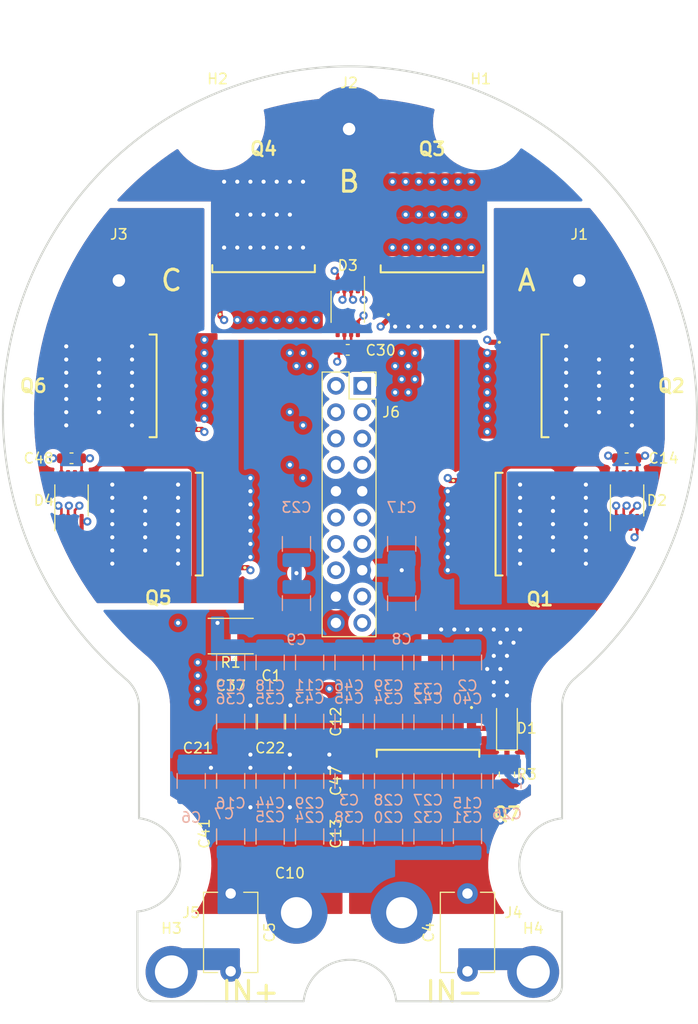
<source format=kicad_pcb>
(kicad_pcb (version 20221018) (generator pcbnew)
  (layers (0 "F.Cu" signal) (1 "In1.Cu" signal) (2 "In2.Cu" signal) (3 "In3.Cu" signal) (4 "In4.Cu" signal) (31 "B.Cu" signal) (34 "B.Paste" user) (35 "F.Paste" user) (36 "B.SilkS" user "B.Silkscreen") (37 "F.SilkS" user "F.Silkscreen") (38 "B.Mask" user) (39 "F.Mask" user) (44 "Edge.Cuts" user))
  (net 0 "")
  (net 1 "G1")
  (net 2 "A")
  (net 3 "G2")
  (net 4 "GND")
  (net 5 "G3")
  (net 6 "B")
  (net 7 "G4")
  (net 8 "G5")
  (net 9 "C")
  (net 10 "G6")
  (net 11 "Shunt_1")
  (net 12 "Shunt_2")
  (net 13 "+3.3V")
  (net 14 "SDA")
  (net 15 "SCL")
  (net 16 "Net-(D1-K)")
  (net 17 "Earth_Protective")
  (net 18 "Net-(J4-Pin_1)")
  (net 19 "~{OS}")
  (footprint "Capacitor_SMD:C_1210_3225Metric_Pad1.33x2.70mm_HandSolder" (layer "F.Cu") (at 79.375 125.73 90)
    (fp_text reference "C12")
    (fp_text value "10u")
  )
  (footprint "Connector_My:Power_Wire" (layer "F.Cu") (at 60.96 70.993)
    (fp_text reference "J3")
    (fp_text value "C")
  )
  (footprint "Connector_My:Power_Wire" (layer "F.Cu") (at 105.41 70.993)
    (fp_text reference "J1")
    (fp_text value "A")
  )
  (footprint "Capacitor_SMD:C_1210_3225Metric_Pad1.33x2.70mm_HandSolder" (layer "F.Cu") (at 79.375 136.8175 90)
    (fp_text reference "C13")
    (fp_text value "10u")
  )
  (footprint "MOSFET_My:IPTG007N06NM5ATMA1" (layer "F.Cu") (at 60.325 93.345 90)
    (fp_text reference "Q6")
    (fp_text value "2N7002" hide)
  )
  (footprint "Capacitor_SMD:C_0603_1608Metric_Pad1.08x0.95mm_HandSolder" (layer "F.Cu") (at 83.058 89.8695)
    (fp_text reference "C30")
    (fp_text value "0.1u")
  )
  (footprint "Capacitor_SMD:C_1210_3225Metric_Pad1.33x2.70mm_HandSolder" (layer "F.Cu") (at 75.565 136.8175 90)
    (fp_text reference "C10")
    (fp_text value "10u")
  )
  (footprint "Connector_My:Power_Wire" (layer "F.Cu") (at 73.66 144.145)
    (fp_text reference "J5")
    (fp_text value "IN+")
  )
  (footprint "MOSFET_My:IPTG007N06NM5ATMA1" (layer "F.Cu") (at 90.805 132.715 180)
    (fp_text reference "Q7")
    (fp_text value "BSS214NW" hide)
  )
  (footprint "Package_SO:MSOP-8_3x3mm_P0.65mm" (layer "F.Cu") (at 110.023 104.394 90)
    (fp_text reference "D2")
    (fp_text value "STLM75DS2F")
  )
  (footprint "Capacitor_SMD:C_1210_3225Metric_Pad1.33x2.70mm_HandSolder" (layer "F.Cu") (at 71.755 125.73 90)
    (fp_text reference "C37")
    (fp_text value "10u")
  )
  (footprint "Connector_PinSocket_2.54mm:PinSocket_2x10_P2.54mm_Vertical" (layer "F.Cu") (at 84.455 93.345)
    (fp_text reference "J6")
    (fp_text value "Conn_02x10_Odd_Even")
  )
  (footprint "Connector_My:Power_Wire" (layer "F.Cu") (at 83.185 56.388)
    (fp_text reference "J2")
    (fp_text value "B")
  )
  (footprint "MOSFET_My:IPTG007N06NM5ATMA1" (layer "F.Cu") (at 64.77 106.68 90)
    (fp_text reference "Q5")
    (fp_text value "2N7002" hide)
  )
  (footprint "Capacitor_THT:C_Disc_D7.5mm_W5.0mm_P7.50mm" (layer "F.Cu") (at 94.615 149.8 90)
    (fp_text reference "C4")
    (fp_text value "1500p")
  )
  (footprint "Package_SO:MSOP-8_3x3mm_P0.65mm" (layer "F.Cu") (at 83.058 85.725 -90)
    (fp_text reference "D3")
    (fp_text value "STLM75DS2F")
  )
  (footprint "Capacitor_SMD:C_1210_3225Metric_Pad1.33x2.70mm_HandSolder" (layer "F.Cu") (at 75.565 131.445 -90)
    (fp_text reference "C22")
    (fp_text value "10u")
  )
  (footprint "Capacitor_SMD:C_0603_1608Metric_Pad1.08x0.95mm_HandSolder" (layer "F.Cu") (at 56.388 100.33)
    (fp_text reference "C48")
    (fp_text value "0.1u")
  )
  (footprint "Connector_My:Power_Wire" (layer "F.Cu") (at 93.345 144.145)
    (fp_text reference "J4")
    (fp_text value "IN-")
  )
  (footprint "Capacitor_SMD:C_1210_3225Metric_Pad1.33x2.70mm_HandSolder" (layer "F.Cu") (at 71.755 136.8175 90)
    (fp_text reference "C41")
    (fp_text value "10u")
  )
  (footprint "Resistor_SMD:R_2512_6332Metric_Pad1.40x3.35mm_HandSolder" (layer "F.Cu") (at 71.755 117.475)
    (fp_text reference "R1")
    (fp_text value "PU2512FKGP60U5L")
  )
  (footprint "MountingHole:MountingHole_3.2mm_M3" (layer "F.Cu") (at 95.885 67.945)
    (fp_text reference "H1")
    (fp_text value "MountingHole")
  )
  (footprint "MOSFET_My:IPTG007N06NM5ATMA1" (layer "F.Cu") (at 74.93 78.105)
    (fp_text reference "Q4")
    (fp_text value "2N7002" hide)
  )
  (footprint "MountingHole:MountingHole_3.2mm_M3" (layer "F.Cu") (at 66.04 149.86)
    (fp_text reference "H3")
    (fp_text value "MountingHole")
  )
  (footprint "MOSFET_My:IPTG007N06NM5ATMA1" (layer "F.Cu") (at 106.04 93.345 -90)
    (fp_text reference "Q2")
    (fp_text value "2N7002" hide)
  )
  (footprint "Diode_SMD:D_SOD-123" (layer "F.Cu") (at 98.425 126.11 90)
    (fp_text reference "D1")
    (fp_text value "BZT52C10")
  )
  (footprint "Capacitor_SMD:C_1210_3225Metric_Pad1.33x2.70mm_HandSolder" (layer "F.Cu") (at 79.375 131.445 -90)
    (fp_text reference "C47")
    (fp_text value "10u")
  )
  (footprint "Capacitor_THT:C_Disc_D7.5mm_W5.0mm_P7.50mm" (layer "F.Cu") (at 71.755 142.3 -90)
    (fp_text reference "C5")
    (fp_text value "1500p")
  )
  (footprint "Capacitor_SMD:C_1210_3225Metric_Pad1.33x2.70mm_HandSolder" (layer "F.Cu") (at 71.755 131.445 -90)
    (fp_text reference "C21")
    (fp_text value "10u")
  )
  (footprint "Capacitor_SMD:C_0603_1608Metric_Pad1.08x0.95mm_HandSolder" (layer "F.Cu") (at 109.982 100.33)
    (fp_text reference "C14")
    (fp_text value "0.1u")
  )
  (footprint "Resistor_SMD:R_0805_2012Metric_Pad1.20x1.40mm_HandSolder" (layer "F.Cu") (at 98.425 130.81 -90)
    (fp_text reference "R3")
    (fp_text value "100k")
  )
  (footprint "MOSFET_My:IPTG007N06NM5ATMA1" (layer "F.Cu") (at 91.186 78.124)
    (fp_text reference "Q3")
    (fp_text value "2N7002" hide)
  )
  (footprint "MountingHole:MountingHole_3.2mm_M3" (layer "F.Cu") (at 70.485 67.945)
    (fp_text reference "H2")
    (fp_text value "MountingHole")
  )
  (footprint "MOSFET_My:IPTG007N06NM5ATMA1" (layer "F.Cu") (at 101.6 106.68 -90)
    (fp_text reference "Q1")
    (fp_text value "2N7002" hide)
  )
  (footprint "MountingHole:MountingHole_3.2mm_M3" (layer "F.Cu") (at 100.965 149.86)
    (fp_text reference "H4")
    (fp_text value "MountingHole")
  )
  (footprint "Capacitor_SMD:C_1210_3225Metric_Pad1.33x2.70mm_HandSolder" (layer "F.Cu") (at 75.692 125.73 90)
    (fp_text reference "C1")
    (fp_text value "10u")
  )
  (footprint "Package_SO:MSOP-8_3x3mm_P0.65mm" (layer "F.Cu") (at 56.388 104.394 90)
    (fp_text reference "D4")
    (fp_text value "STLM75DS2F")
  )
  (footprint "Capacitor_SMD:C_1210_3225Metric_Pad1.33x2.70mm_HandSolder" (layer "B.Cu") (at 79.375 120.015 -90)
    (fp_text reference "C43")
    (fp_text value "10u")
  )
  (footprint "Capacitor_SMD:C_1210_3225Metric_Pad1.33x2.70mm_HandSolder" (layer "B.Cu") (at 86.995 125.73 90)
    (fp_text reference "C39")
    (fp_text value "10u")
  )
  (footprint "Capacitor_SMD:C_1210_3225Metric_Pad1.33x2.70mm_HandSolder" (layer "B.Cu") (at 98.425 131.445 -90)
    (fp_text reference "C26")
    (fp_text value "10u")
  )
  (footprint "Capacitor_SMD:C_1210_3225Metric_Pad1.33x2.70mm_HandSolder" (layer "B.Cu") (at 83.185 125.73 90)
    (fp_text reference "C46")
    (fp_text value "10u")
  )
  (footprint "Capacitor_SMD:C_1210_3225Metric_Pad1.33x2.70mm_HandSolder" (layer "B.Cu") (at 86.995 120.015 -90)
    (fp_text reference "C34")
    (fp_text value "10u")
  )
  (footprint "Capacitor_SMD:C_1210_3225Metric_Pad1.33x2.70mm_HandSolder" (layer "B.Cu") (at 71.755 125.73 90)
    (fp_text reference "C19")
    (fp_text value "10u")
  )
  (footprint "Capacitor_SMD:C_1210_3225Metric_Pad1.33x2.70mm_HandSolder" (layer "B.Cu") (at 71.755 131.445 -90)
    (fp_text reference "C7")
    (fp_text value "10u")
  )
  (footprint "Capacitor_SMD:C_1210_3225Metric_Pad1.33x2.70mm_HandSolder" (layer "B.Cu") (at 90.805 136.8175 90)
    (fp_text reference "C27")
    (fp_text value "10u")
  )
  (footprint "Capacitor_SMD:C_1210_3225Metric_Pad1.33x2.70mm_HandSolder" (layer "B.Cu") (at 67.945 131.445 -90)
    (fp_text reference "C6")
    (fp_text value "10u")
  )
  (footprint "Capacitor_SMD:C_1210_3225Metric_Pad1.33x2.70mm_HandSolder" (layer "B.Cu") (at 71.755 136.7675 90)
    (fp_text reference "C16")
    (fp_text value "10u")
  )
  (footprint "Capacitor_SMD:C_1210_3225Metric_Pad1.33x2.70mm_HandSolder" (layer "B.Cu") (at 90.805 120.015 -90)
    (fp_text reference "C42")
    (fp_text value "10u")
  )
  (footprint "Capacitor_SMD:C_1210_3225Metric_Pad1.33x2.70mm_HandSolder" (layer "B.Cu") (at 94.615 131.445 -90)
    (fp_text reference "C31")
    (fp_text value "10u")
  )
  (footprint "Capacitor_SMD:C_1210_3225Metric_Pad1.33x2.70mm_HandSolder" (layer "B.Cu") (at 90.805 131.445 -90)
    (fp_text reference "C32")
    (fp_text value "10u")
  )
  (footprint "Capacitor_SMD:C_1210_3225Metric_Pad1.33x2.70mm_HandSolder" (layer "B.Cu") (at 88.265 114.3 -90)
    (fp_text reference "C8")
    (fp_text value "10u")
  )
  (footprint "Capacitor_SMD:C_1210_3225Metric_Pad1.33x2.70mm_HandSolder" (layer "B.Cu") (at 94.615 136.7675 90)
    (fp_text reference "C15")
    (fp_text value "10u")
  )
  (footprint "Capacitor_SMD:C_1210_3225Metric_Pad1.33x2.70mm_HandSolder" (layer "B.Cu") (at 94.615 125.73 90)
    (fp_text reference "C2")
    (fp_text value "10u")
  )
  (footprint "Capacitor_SMD:C_1210_3225Metric_Pad1.33x2.70mm_HandSolder" (layer "B.Cu") (at 78.105 114.3 -90)
    (fp_text reference "C9")
    (fp_text value "10u")
  )
  (footprint "Capacitor_SMD:C_1210_3225Metric_Pad1.33x2.70mm_HandSolder" (layer "B.Cu") (at 79.375 136.7675 90)
    (fp_text reference "C29")
    (fp_text value "10u")
  )
  (footprint "Capacitor_SMD:C_1210_3225Metric_Pad1.33x2.70mm_HandSolder" (layer "B.Cu") (at 83.185 136.8175 90)
    (fp_text reference "C3")
    (fp_text value "10u")
  )
  (footprint "Capacitor_SMD:C_1210_3225Metric_Pad1.33x2.70mm_HandSolder" (layer "B.Cu") (at 79.375 131.445 -90)
    (fp_text reference "C24")
    (fp_text value "10u")
  )
  (footprint "Capacitor_SMD:C_1210_3225Metric_Pad1.33x2.70mm_HandSolder" (layer "B.Cu") (at 78.105 108.585 90)
    (fp_text reference "C23")
    (fp_text value "10u")
  )
  (footprint "Capacitor_SMD:C_1210_3225Metric_Pad1.33x2.70mm_HandSolder" (layer "B.Cu") (at 83.185 120.015 -90)
    (fp_text reference "C45")
    (fp_text value "10u")
  )
  (footprint "Capacitor_SMD:C_1210_3225Metric_Pad1.33x2.70mm_HandSolder" (layer "B.Cu") (at 75.565 125.73 90)
    (fp_text reference "C18")
    (fp_text value "10u")
  )
  (footprint "Capacitor_SMD:C_1210_3225Metric_Pad1.33x2.70mm_HandSolder" (layer "B.Cu") (at 86.995 131.445 -90)
    (fp_text reference "C20")
    (fp_text value "10u")
  )
  (footprint "Capacitor_SMD:C_1210_3225Metric_Pad1.33x2.70mm_HandSolder" (layer "B.Cu") (at 83.185 131.445 -90)
    (fp_text reference "C38")
    (fp_text value "10u")
  )
  (footprint "Capacitor_SMD:C_1210_3225Metric_Pad1.33x2.70mm_HandSolder" (layer "B.Cu") (at 79.375 125.73 90)
    (fp_text reference "C11")
    (fp_text value "10u")
  )
  (footprint "Capacitor_SMD:C_1210_3225Metric_Pad1.33x2.70mm_HandSolder" (layer "B.Cu") (at 94.615 120.015 -90)
    (fp_text reference "C40")
    (fp_text value "10u")
  )
  (footprint "Capacitor_SMD:C_1210_3225Metric_Pad1.33x2.70mm_HandSolder" (layer "B.Cu") (at 75.565 120.015 -90)
    (fp_text reference "C35")
    (fp_text value "10u")
  )
  (footprint "Capacitor_SMD:C_1210_3225Metric_Pad1.33x2.70mm_HandSolder" (layer "B.Cu") (at 71.755 120.015 -90)
    (fp_text reference "C36")
    (fp_text value "10u")
  )
  (footprint "Capacitor_SMD:C_1210_3225Metric_Pad1.33x2.70mm_HandSolder" (layer "B.Cu") (at 75.565 136.7675 90)
    (fp_text reference "C44")
    (fp_text value "10u")
  )
  (footprint "Capacitor_SMD:C_1210_3225Metric_Pad1.33x2.70mm_HandSolder" (layer "B.Cu") (at 90.805 125.78 90)
    (fp_text reference "C33")
    (fp_text value "10u")
  )
  (footprint "Capacitor_SMD:C_1210_3225Metric_Pad1.33x2.70mm_HandSolder" (layer "B.Cu") (at 88.265 108.585 90)
    (fp_text reference "C17")
    (fp_text value "10u")
  )
  (footprint "Capacitor_SMD:C_1210_3225Metric_Pad1.33x2.70mm_HandSolder" (layer "B.Cu") (at 86.995 136.8175 90)
    (fp_text reference "C28")
    (fp_text value "10u")
  )
  (footprint "Capacitor_SMD:C_1210_3225Metric_Pad1.33x2.70mm_HandSolder" (layer "B.Cu") (at 75.565 131.445 -90)
    (fp_text reference "C25")
    (fp_text value "10u")
  )
  (gr_line (start 64.245517 152.688374) (end 78.796465 152.685355) (stroke (width 0.2)) (layer "Edge.Cuts"))
  (gr_arc (start 78.796465 152.685355) (mid 83.268865 148.688374) (end 87.740194 152.686556) (stroke (width 0.2)) (layer "Edge.Cuts"))
  (gr_arc (start 103.745073 144.051222) (mid 99.619011 139.552162) (end 103.745073 135.053107) (stroke (width 0.2)) (layer "Edge.Cuts"))
  (gr_arc (start 103.745517 151.188503) (mid 103.306174 152.249158) (end 102.245517 152.688503) (stroke (width 0.2)) (layer "Edge.Cuts"))
  (gr_line (start 103.745073 144.051222) (end 103.745517 151.188503) (stroke (width 0.2)) (layer "Edge.Cuts"))
  (gr_arc (start 116.768262 96.036046) (mid 113.677941 110.089562) (end 104.977138 121.550252) (stroke (width 0.2)) (layer "Edge.Cuts"))
  (gr_arc (start 61.66537 121.640051) (mid 62.582262 122.842014) (end 62.907619 124.318347) (stroke (width 0.2)) (layer "Edge.Cuts"))
  (gr_line (start 62.745517 151.188374) (end 62.745517 144.035715) (stroke (width 0.2)) (layer "Edge.Cuts"))
  (gr_arc (start 62.907619 135.03772) (mid 66.884008 139.609816) (end 62.745517 144.035715) (stroke (width 0.2)) (layer "Edge.Cuts"))
  (gr_arc (start 64.245517 152.688374) (mid 63.184859 152.249035) (end 62.745517 151.188374) (stroke (width 0.2)) (layer "Edge.Cuts"))
  (gr_arc (start 103.745073 124.216254) (mid 104.067997 122.7478) (end 104.977138 121.550252) (stroke (width 0.2)) (layer "Edge.Cuts"))
  (gr_line (start 103.745073 124.216254) (end 103.745073 135.053107) (stroke (width 0.2)) (layer "Edge.Cuts"))
  (gr_line (start 62.907619 124.318347) (end 62.907619 135.03772) (stroke (width 0.2)) (layer "Edge.Cuts"))
  (gr_arc (start 61.66537 121.640051) (mid 52.887782 110.152581) (end 49.768262 96.036046) (stroke (width 0.2)) (layer "Edge.Cuts"))
  (gr_arc (start 49.768262 96.036046) (mid 83.268262 62.536046) (end 116.768262 96.036046) (stroke (width 0.2)) (layer "Edge.Cuts"))
  (gr_line (start 87.740194 152.686556) (end 102.245517 152.688503) (stroke (width 0.2)) (layer "Edge.Cuts"))
  (segment (start 95.255 102.48) (end 92.955 102.48) (width 0.5) (layer "F.Cu") (net 1))
  (segment (start 92.955 102.48) (end 92.71 102.235) (width 0.5) (layer "F.Cu") (net 1))
  (via (at 92.71 102.235) (size 0.8) (drill 0.4) (layers "F.Cu" "B.Cu") (net 1))
  (via (at 110.49 94.615) (size 0.8) (drill 0.4) (layers "F.Cu" "B.Cu") (net 2))
  (via (at 92.71 104.775) (size 0.8) (drill 0.4) (layers "F.Cu" "B.Cu") (net 2))
  (via (at 104.14 90.805) (size 0.8) (drill 0.4) (layers "F.Cu" "B.Cu") (net 2))
  (via (at 107.315 92.075) (size 0.8) (drill 0.4) (layers "F.Cu" "B.Cu") (net 2))
  (via (at 92.71 106.045) (size 0.8) (drill 0.4) (layers "F.Cu" "B.Cu") (net 2))
  (via (at 107.315 95.885) (size 0.8) (drill 0.4) (layers "F.Cu" "B.Cu") (net 2))
  (via (at 92.71 107.315) (size 0.8) (drill 0.4) (layers "F.Cu" "B.Cu") (net 2))
  (via (at 107.315 90.805) (size 0.8) (drill 0.4) (layers "F.Cu" "B.Cu") (net 2))
  (via (at 104.14 95.885) (size 0.8) (drill 0.4) (layers "F.Cu" "B.Cu") (net 2))
  (via (at 107.315 94.615) (size 0.8) (drill 0.4) (layers "F.Cu" "B.Cu") (net 2))
  (via (at 104.14 93.345) (size 0.8) (drill 0.4) (layers "F.Cu" "B.Cu") (net 2))
  (via (at 107.315 93.345) (size 0.8) (drill 0.4) (layers "F.Cu" "B.Cu") (net 2))
  (via (at 104.14 97.155) (size 0.8) (drill 0.4) (layers "F.Cu" "B.Cu") (net 2))
  (via (at 110.49 89.535) (size 0.8) (drill 0.4) (layers "F.Cu" "B.Cu") (net 2))
  (via (at 104.14 89.535) (size 0.8) (drill 0.4) (layers "F.Cu" "B.Cu") (net 2))
  (via (at 110.49 93.345) (size 0.8) (drill 0.4) (layers "F.Cu" "B.Cu") (net 2))
  (via (at 110.49 92.075) (size 0.8) (drill 0.4) (layers "F.Cu" "B.Cu") (net 2))
  (via (at 92.71 103.505) (size 0.8) (drill 0.4) (layers "F.Cu" "B.Cu") (net 2))
  (via (at 92.71 111.125) (size 0.8) (drill 0.4) (layers "F.Cu" "B.Cu") (net 2))
  (via (at 110.49 95.885) (size 0.8) (drill 0.4) (layers "F.Cu" "B.Cu") (net 2))
  (via (at 92.71 109.855) (size 0.8) (drill 0.4) (layers "F.Cu" "B.Cu") (net 2))
  (via (at 110.49 97.155) (size 0.8) (drill 0.4) (layers "F.Cu" "B.Cu") (net 2))
  (via (at 110.49 90.805) (size 0.8) (drill 0.4) (layers "F.Cu" "B.Cu") (net 2))
  (via (at 92.71 108.585) (size 0.8) (drill 0.4) (layers "F.Cu" "B.Cu") (net 2))
  (via (at 104.14 94.615) (size 0.8) (drill 0.4) (layers "F.Cu" "B.Cu") (net 2))
  (via (at 104.14 92.075) (size 0.8) (drill 0.4) (layers "F.Cu" "B.Cu") (net 2))
  (segment (start 96.765 89.145) (end 96.52 88.9) (width 0.5) (layer "F.Cu") (net 3))
  (segment (start 99.695 89.145) (end 96.765 89.145) (width 0.5) (layer "F.Cu") (net 3))
  (via (at 96.52 88.9) (size 0.8) (drill 0.4) (layers "F.Cu" "B.Cu") (net 3))
  (segment (start 111.506 100.33) (end 111.76 100.076) (width 0.25) (layer "F.Cu") (net 4))
  (segment (start 83.383 86.78875) (end 83.16175 86.5675) (width 0.25) (layer "F.Cu") (net 4))
  (segment (start 80.01 86.995) (end 80.01 87.63) (width 0.25) (layer "F.Cu") (net 4))
  (segment (start 80.391 88.011) (end 81.9095 88.011) (width 0.25) (layer "F.Cu") (net 4))
  (segment (start 81.9095 88.011) (end 82.083 87.8375) (width 0.25) (layer "F.Cu") (net 4))
  (segment (start 79.375 124.1675) (end 77.5085 124.1675) (width 1) (layer "F.Cu") (net 4))
  (segment (start 57.8315 106.5065) (end 57.912 106.426) (width 0.25) (layer "F.Cu") (net 4))
  (segment (start 80.01 87.63) (end 80.391 88.011) (width 0.25) (layer "F.Cu") (net 4))
  (segment (start 110.348 102.2815) (end 110.998 102.2815) (width 0.25) (layer "F.Cu") (net 4))
  (segment (start 71.755 124.1675) (end 75.692 124.1675) (width 1) (layer "F.Cu") (net 4))
  (segment (start 82.083 82.5445) (end 81.788 82.2495) (width 0.25) (layer "F.Cu") (net 4))
  (segment (start 110.998 102.2815) (end 110.998 100.4835) (width 0.25) (layer "F.Cu") (net 4))
  (segment (start 110.998 100.4835) (end 110.8445 100.33) (width 0.25) (layer "F.Cu") (net 4))
  (segment (start 57.2505 100.33) (end 58.166 100.33) (width 0.25) (layer "F.Cu") (net 4))
  (segment (start 71.755 124.1675) (end 73.66 124.1675) (width 1) (layer "F.Cu") (net 4))
  (segment (start 110.998 106.5065) (end 110.998 107.696) (width 0.25) (layer "F.Cu") (net 4))
  (segment (start 82.296 86.5675) (end 82.042 86.8215) (width 0.25) (layer "F.Cu") (net 4))
  (segment (start 57.363 102.2815) (end 57.363 100.4425) (width 0.25) (layer "F.Cu") (net 4))
  (segment (start 83.383 87.8375) (end 83.383 86.78875) (width 0.25) (layer "F.Cu") (net 4))
  (segment (start 83.383 89.332) (end 83.9205 89.8695) (width 0.25) (layer "F.Cu") (net 4))
  (segment (start 110.8445 100.33) (end 111.506 100.33) (width 0.25) (layer "F.Cu") (net 4))
  (segment (start 83.383 87.8375) (end 83.383 89.332) (width 0.25) (layer "F.Cu") (net 4))
  (segment (start 57.363 106.5065) (end 57.8315 106.5065) (width 0.25) (layer "F.Cu") (net 4))
  (segment (start 82.042 86.8215) (end 82.042 87.7965) (width 0.25) (layer "F.Cu") (net 4))
  (segment (start 83.16175 86.5675) (end 82.296 86.5675) (width 0.25) (layer "F.Cu") (net 4))
  (segment (start 82.083 83.6125) (end 82.083 82.5445) (width 0.25) (layer "F.Cu") (net 4))
  (segment (start 82.042 87.7965) (end 82.083 87.8375) (width 0.25) (layer "F.Cu") (net 4))
  (segment (start 77.4315 124.1675) (end 75.692 124.1675) (width 1) (layer "F.Cu") (net 4))
  (segment (start 57.363 100.4425) (end 57.2505 100.33) (width 0.25) (layer "F.Cu") (net 4))
  (segment (start 110.998 107.696) (end 110.744 107.95) (width 0.25) (layer "F.Cu") (net 4))
  (via (at 78.74 86.995) (size 0.8) (drill 0.4) (layers "F.Cu" "B.Cu") (net 4))
  (via (at 96.52 120.65) (size 0.8) (drill 0.4) (layers "F.Cu" "B.Cu") (net 4))
  (via (at 96.52 97.79) (size 0.8) (drill 0.4) (layers "F.Cu" "B.Cu") (net 4))
  (via (at 96.52 90.17) (size 0.8) (drill 0.4) (layers "F.Cu" "B.Cu") (net 4))
  (via (at 97.79 118.11) (size 0.8) (drill 0.4) (layers "F.Cu" "B.Cu") (net 4))
  (via (at 110.744 107.95) (size 0.8) (drill 0.4) (layers "F.Cu" "B.Cu") (net 4))
  (via (at 69.215 91.44) (size 0.8) (drill 0.4) (layers "F.Cu" "B.Cu") (net 4))
  (via (at 96.52 95.25) (size 0.8) (drill 0.4) (layers "F.Cu" "B.Cu") (net 4))
  (via (at 93.345 116.84) (size 0.8) (drill 0.4) (layers "F.Cu" "B.Cu") (net 4))
  (via (at 69.215 90.17) (size 0.8) (drill 0.4) (layers "F.Cu" "B.Cu") (net 4))
  (via (at 98.425 119.38) (size 0.8) (drill 0.4) (layers "F.Cu" "B.Cu") (net 4))
  (via (at 94.615 116.84) (size 0.8) (drill 0.4) (layers "F.Cu" "B.Cu") (net 4))
  (via (at 98.425 116.84) (size 0.8) (drill 0.4) (layers "F.Cu" "B.Cu") (net 4))
  (via (at 58.166 100.33) (size 0.8) (drill 0.4) (layers "F.Cu" "B.Cu") (net 4))
  (via (at 97.155 119.38) (size 0.8) (drill 0.4) (layers "F.Cu" "B.Cu") (net 4))
  (via (at 80.01 86.995) (size 0.8) (drill 0.4) (layers "F.Cu" "B.Cu") (net 4))
  (via (at 57.912 106.426) (size 0.8) (drill 0.4) (layers "F.Cu" "B.Cu") (net 4))
  (via (at 81.788 82.2495) (size 0.8) (drill 0.4) (layers "F.Cu" "B.Cu") (net 4))
  (via (at 98.425 123.19) (size 0.8) (drill 0.4) (layers "F.Cu" "B.Cu") (net 4))
  (via (at 73.66 133.985) (size 0.8) (drill 0.4) (layers "F.Cu" "B.Cu") (net 4))
  (via (at 99.06 118.11) (size 0.8) (drill 0.4) (layers "F.Cu" "B.Cu") (net 4))
  (via (at 92.075 116.84) (size 0.8) (drill 0.4) (layers "F.Cu" "B.Cu") (net 4))
  (via (at 97.155 121.92) (size 0.8) (drill 0.4) (layers "F.Cu" "B.Cu") (net 4))
  (via (at 69.215 93.98) (size 0.8) (drill 0.4) (layers "F.Cu" "B.Cu") (net 4))
  (via (at 111.76 100.076) (size 0.8) (drill 0.4) (layers "F.Cu" "B.Cu") (net 4))
  (via (at 99.695 116.84) (size 0.8) (drill 0.4) (layers "F.Cu" "B.Cu") (net 4))
  (via (at 96.52 93.98) (size 0.8) (drill 0.4) (layers "F.Cu" "B.Cu") (net 4))
  (via (at 73.66 124.1675) (size 0.8) (drill 0.4) (layers "F.Cu" "B.Cu") (net 4))
  (via (at 69.215 92.71) (size 0.8) (drill 0.4) (layers "F.Cu" "B.Cu") (net 4))
  (via (at 69.215 95.25) (size 0.8) (drill 0.4) (layers "F.Cu" "B.Cu") (net 4))
  (via (at 76.2 86.995) (size 0.8) (drill 0.4) (layers "F.Cu" "B.Cu") (net 4))
  (via (at 77.5208 124.1552) (size 0.8) (drill 0.4) (layers "F.Cu" "B.Cu") (net 4))
  (via (at 69.215 88.9) (size 0.8) (drill 0.4) (layers "F.Cu" "B.Cu") (net 4))
  (via (at 74.93 86.995) (size 0.8) (drill 0.4) (layers "F.Cu" "B.Cu") (net 4))
  (via (at 97.79 135.255) (size 0.8) (drill 0.4) (layers "F.Cu" "B.Cu") (net 4))
  (via (at 77.47 133.985) (size 0.8) (drill 0.4) (layers "F.Cu" "B.Cu") (net 4))
  (via (at 95.885 116.84) (size 0.8) (drill 0.4) (layers "F.Cu" "B.Cu") (net 4))
  (via (at 96.52 91.44) (size 0.8) (drill 0.4) (layers "F.Cu" "B.Cu") (net 4))
  (via (at 77.47 86.995) (size 0.8) (drill 0.4) (layers "F.Cu" "B.Cu") (net 4))
  (via (at 97.155 123.19) (size 0.8) (drill 0.4) (layers "F.Cu" "B.Cu") (net 4))
  (via (at 98.425 121.92) (size 0.8) (drill 0.4) (layers "F.Cu" "B.Cu") (net 4))
  (via (at 69.215 96.52) (size 0.8) (drill 0.4) (layers "F.Cu" "B.Cu") (net 4))
  (via (at 72.39 86.995) (size 0.8) (drill 0.4) (layers "F.Cu" "B.Cu") (net 4))
  (via (at 97.155 116.84) (size 0.8) (drill 0.4) (layers "F.Cu" "B.Cu") (net 4))
  (via (at 96.52 96.52) (size 0.8) (drill 0.4) (layers "F.Cu" "B.Cu") (net 4))
  (via (at 97.79 120.65) (size 0.8) (drill 0.4) (layers "F.Cu" "B.Cu") (net 4))
  (via (at 96.52 92.71) (size 0.8) (drill 0.4) (layers "F.Cu" "B.Cu") (net 4))
  (via (at 73.66 86.995) (size 0.8) (drill 0.4) (layers "F.Cu" "B.Cu") (net 4))
  (segment (start 84.7475 110.8325) (end 84.455 111.125) (width 1) (layer "B.Cu") (net 4))
  (segment (start 86.986 84.469) (end 86.986 86.877) (width 0.5) (layer "F.Cu") (net 5))
  (segment (start 86.986 86.877) (end 86.233 87.63) (width 0.5) (layer "F.Cu") (net 5))
  (via (at 86.233 87.63) (size 0.8) (drill 0.4) (layers "F.Cu" "B.Cu") (net 5))
  (via (at 72.39 76.835) (size 0.8) (drill 0.4) (layers "F.Cu" "B.Cu") (net 6))
  (via (at 77.47 80.01) (size 0.8) (drill 0.4) (layers "F.Cu" "B.Cu") (net 6))
  (via (at 76.2 76.835) (size 0.8) (drill 0.4) (layers "F.Cu" "B.Cu") (net 6))
  (via (at 74.93 73.66) (size 0.8) (drill 0.4) (layers "F.Cu" "B.Cu") (net 6))
  (via (at 73.66 73.66) (size 0.8) (drill 0.4) (layers "F.Cu" "B.Cu") (net 6))
  (via (at 71.12 80.01) (size 0.8) (drill 0.4) (layers "F.Cu" "B.Cu") (net 6))
  (via (at 71.12 73.66) (size 0.8) (drill 0.4) (layers "F.Cu" "B.Cu") (net 6))
  (via (at 73.66 76.835) (size 0.8) (drill 0.4) (layers "F.Cu" "B.Cu") (net 6))
  (via (at 77.47 73.66) (size 0.8) (drill 0.4) (layers "F.Cu" "B.Cu") (net 6))
  (via (at 91.44 87.63) (size 0.8) (drill 0.4) (layers "F.Cu" "B.Cu") (net 6))
  (via (at 73.66 80.01) (size 0.8) (drill 0.4) (layers "F.Cu" "B.Cu") (net 6))
  (via (at 87.63 87.63) (size 0.8) (drill 0.4) (layers "F.Cu" "B.Cu") (net 6))
  (via (at 88.9 87.63) (size 0.8) (drill 0.4) (layers "F.Cu" "B.Cu") (net 6))
  (via (at 77.47 76.835) (size 0.8) (drill 0.4) (layers "F.Cu" "B.Cu") (net 6))
  (via (at 76.2 73.66) (size 0.8) (drill 0.4) (layers "F.Cu" "B.Cu") (net 6))
  (via (at 95.25 87.63) (size 0.8) (drill 0.4) (layers "F.Cu" "B.Cu") (net 6))
  (via (at 72.39 80.01) (size 0.8) (drill 0.4) (layers "F.Cu" "B.Cu") (net 6))
  (via (at 74.93 80.01) (size 0.8) (drill 0.4) (layers "F.Cu" "B.Cu") (net 6))
  (via (at 76.2 80.01) (size 0.8) (drill 0.4) (layers "F.Cu" "B.Cu") (net 6))
  (via (at 92.71 87.63) (size 0.8) (drill 0.4) (layers "F.Cu" "B.Cu") (net 6))
  (via (at 72.39 73.66) (size 0.8) (drill 0.4) (layers "F.Cu" "B.Cu") (net 6))
  (via (at 74.93 76.835) (size 0.8) (drill 0.4) (layers "F.Cu" "B.Cu") (net 6))
  (via (at 78.74 80.01) (size 0.8) (drill 0.4) (layers "F.Cu" "B.Cu") (net 6))
  (via (at 93.98 87.63) (size 0.8) (drill 0.4) (layers "F.Cu" "B.Cu") (net 6))
  (via (at 78.74 73.66) (size 0.8) (drill 0.4) (layers "F.Cu" "B.Cu") (net 6))
  (via (at 90.17 87.63) (size 0.8) (drill 0.4) (layers "F.Cu" "B.Cu") (net 6))
  (segment (start 70.73 84.45) (end 70.73 86.605) (width 0.5) (layer "F.Cu") (net 7))
  (segment (start 70.73 86.605) (end 71.12 86.995) (width 0.5) (layer "F.Cu") (net 7))
  (via (at 71.12 86.995) (size 0.8) (drill 0.4) (layers "F.Cu" "B.Cu") (net 7))
  (segment (start 73.415 110.88) (end 73.66 111.125) (width 0.5) (layer "F.Cu") (net 8))
  (segment (start 71.115 110.88) (end 73.415 110.88) (width 0.5) (layer "F.Cu") (net 8))
  (via (at 73.66 111.125) (size 0.8) (drill 0.4) (layers "F.Cu" "B.Cu") (net 8))
  (via (at 73.66 107.315) (size 0.8) (drill 0.4) (layers "F.Cu" "B.Cu") (net 9))
  (via (at 62.23 94.615) (size 0.8) (drill 0.4) (layers "F.Cu" "B.Cu") (net 9))
  (via (at 73.66 109.855) (size 0.8) (drill 0.4) (layers "F.Cu" "B.Cu") (net 9))
  (via (at 62.23 93.345) (size 0.8) (drill 0.4) (layers "F.Cu" "B.Cu") (net 9))
  (via (at 62.23 92.075) (size 0.8) (drill 0.4) (layers "F.Cu" "B.Cu") (net 9))
  (via (at 59.055 94.615) (size 0.8) (drill 0.4) (layers "F.Cu" "B.Cu") (net 9))
  (via (at 59.055 92.075) (size 0.8) (drill 0.4) (layers "F.Cu" "B.Cu") (net 9))
  (via (at 55.88 93.345) (size 0.8) (drill 0.4) (layers "F.Cu" "B.Cu") (net 9))
  (via (at 55.88 92.075) (size 0.8) (drill 0.4) (layers "F.Cu" "B.Cu") (net 9))
  (via (at 73.66 104.775) (size 0.8) (drill 0.4) (layers "F.Cu" "B.Cu") (net 9))
  (via (at 55.88 95.885) (size 0.8) (drill 0.4) (layers "F.Cu" "B.Cu") (net 9))
  (via (at 62.23 89.535) (size 0.8) (drill 0.4) (layers "F.Cu" "B.Cu") (net 9))
  (via (at 55.88 89.535) (size 0.8) (drill 0.4) (layers "F.Cu" "B.Cu") (net 9))
  (via (at 55.88 90.805) (size 0.8) (drill 0.4) (layers "F.Cu" "B.Cu") (net 9))
  (via (at 62.23 90.805) (size 0.8) (drill 0.4) (layers "F.Cu" "B.Cu") (net 9))
  (via (at 62.23 95.885) (size 0.8) (drill 0.4) (layers "F.Cu" "B.Cu") (net 9))
  (via (at 59.055 93.345) (size 0.8) (drill 0.4) (layers "F.Cu" "B.Cu") (net 9))
  (via (at 73.66 102.235) (size 0.8) (drill 0.4) (layers "F.Cu" "B.Cu") (net 9))
  (via (at 59.055 95.885) (size 0.8) (drill 0.4) (layers "F.Cu" "B.Cu") (net 9))
  (via (at 55.88 97.155) (size 0.8) (drill 0.4) (layers "F.Cu" "B.Cu") (net 9))
  (via (at 62.23 97.155) (size 0.8) (drill 0.4) (layers "F.Cu" "B.Cu") (net 9))
  (via (at 59.055 90.805) (size 0.8) (drill 0.4) (layers "F.Cu" "B.Cu") (net 9))
  (via (at 73.66 103.505) (size 0.8) (drill 0.4) (layers "F.Cu" "B.Cu") (net 9))
  (via (at 73.66 106.045) (size 0.8) (drill 0.4) (layers "F.Cu" "B.Cu") (net 9))
  (via (at 73.66 108.585) (size 0.8) (drill 0.4) (layers "F.Cu" "B.Cu") (net 9))
  (via (at 55.88 94.615) (size 0.8) (drill 0.4) (layers "F.Cu" "B.Cu") (net 9))
  (segment (start 66.67 97.545) (end 68.97 97.545) (width 0.5) (layer "F.Cu") (net 10))
  (segment (start 68.97 97.545) (end 69.215 97.79) (width 0.5) (layer "F.Cu") (net 10))
  (via (at 69.215 97.79) (size 0.8) (drill 0.4) (layers "F.Cu" "B.Cu") (net 10))
  (segment (start 99.33 131.81) (end 98.425 131.81) (width 0.5) (layer "F.Cu") (net 11))
  (segment (start 99.695 131.445) (end 99.33 131.81) (width 0.5) (layer "F.Cu") (net 11))
  (via (at 68.58 122.555) (size 0.8) (drill 0.4) (layers "F.Cu" "B.Cu") (net 11))
  (via (at 77.47 130.175) (size 0.8) (drill 0.4) (layers "F.Cu" "B.Cu") (net 11))
  (via (at 69.85 130.175) (size 0.8) (drill 0.4) (layers "F.Cu" "B.Cu") (net 11))
  (via (at 99.695 131.445) (size 0.8) (drill 0.4) (layers "F.Cu" "B.Cu") (net 11))
  (via (at 77.47 128.905) (size 0.8) (drill 0.4) (layers "F.Cu" "B.Cu") (net 11))
  (via (at 68.58 120.015) (size 0.8) (drill 0.4) (layers "F.Cu" "B.Cu") (net 11))
  (via (at 81.28 122.555) (size 0.8) (drill 0.4) (layers "F.Cu" "B.Cu") (net 11))
  (via (at 73.66 130.175) (size 0.8) (drill 0.4) (layers "F.Cu" "B.Cu") (net 11))
  (via (at 68.58 121.285) (size 0.8) (drill 0.4) (layers "F.Cu" "B.Cu") (net 11))
  (via (at 81.28 128.905) (size 0.8) (drill 0.4) (layers "F.Cu" "B.Cu") (net 11))
  (via (at 78.105 111.4045) (size 0.8) (drill 0.4) (layers "F.Cu" "B.Cu") (net 11))
  (via (at 68.58 123.825) (size 0.8) (drill 0.4) (layers "F.Cu" "B.Cu") (net 11))
  (via (at 88.265 111.125) (size 0.8) (drill 0.4) (layers "F.Cu" "B.Cu") (net 11))
  (via (at 81.28 130.175) (size 0.8) (drill 0.4) (layers "F.Cu" "B.Cu") (net 11))
  (via (at 70.485 116.205) (size 0.8) (drill 0.4) (layers "F.Cu" "B.Cu") (net 11))
  (via (at 73.66 128.905) (size 0.8) (drill 0.4) (layers "F.Cu" "B.Cu") (net 11))
  (via (at 66.675 116.205) (size 0.8) (drill 0.4) (layers "F.Cu" "B.Cu") (net 11))
  (segment (start 98.425 130.81) (end 98.425 129.8825) (width 0.5) (layer "B.Cu") (net 11))
  (segment (start 78.105 110.1475) (end 78.105 111.4045) (width 1) (layer "B.Cu") (net 11))
  (segment (start 99.695 131.445) (end 99.06 131.445) (width 0.5) (layer "B.Cu") (net 11))
  (segment (start 78.105 111.4045) (end 78.105 112.7375) (width 1) (layer "B.Cu") (net 11))
  (segment (start 99.06 131.445) (end 98.425 130.81) (width 0.5) (layer "B.Cu") (net 11))
  (via (at 78.74 102.235) (size 0.8) (drill 0.4) (layers "F.Cu" "B.Cu") (net 12))
  (via (at 87.63 93.98) (size 0.8) (drill 0.4) (layers "F.Cu" "B.Cu") (net 12))
  (via (at 91.186 76.835) (size 0.8) (drill 0.4) (layers "F.Cu" "B.Cu") (net 12))
  (via (at 60.325 110.49) (size 0.8) (drill 0.4) (layers "F.Cu" "B.Cu") (net 12))
  (via (at 102.87 106.68) (size 0.8) (drill 0.4) (layers "F.Cu" "B.Cu") (net 12))
  (via (at 87.376 80.01) (size 0.8) (drill 0.4) (layers "F.Cu" "B.Cu") (net 12))
  (via (at 60.325 104.14) (size 0.8) (drill 0.4) (layers "F.Cu" "B.Cu") (net 12))
  (via (at 106.045 102.87) (size 0.8) (drill 0.4) (layers "F.Cu" "B.Cu") (net 12))
  (via (at 93.726 76.835) (size 0.8) (drill 0.4) (layers "F.Cu" "B.Cu") (net 12))
  (via (at 92.456 80.01) (size 0.8) (drill 0.4) (layers "F.Cu" "B.Cu") (net 12))
  (via (at 99.695 102.87) (size 0.8) (drill 0.4) (layers "F.Cu" "B.Cu") (net 12))
  (via (at 77.47 100.965) (size 0.8) (drill 0.4) (layers "F.Cu" "B.Cu") (net 12))
  (via (at 91.186 73.66) (size 0.8) (drill 0.4) (layers "F.Cu" "B.Cu") (net 12))
  (via (at 63.5 106.68) (size 0.8) (drill 0.4) (layers "F.Cu" "B.Cu") (net 12))
  (via (at 102.87 109.22) (size 0.8) (drill 0.4) (layers "F.Cu" "B.Cu") (net 12))
  (via (at 88.265 92.71) (size 0.8) (drill 0.4) (layers "F.Cu" "B.Cu") (net 12))
  (via (at 88.9 91.44) (size 0.8) (drill 0.4) (layers "F.Cu" "B.Cu") (net 12))
  (via (at 60.325 102.87) (size 0.8) (drill 0.4) (layers "F.Cu" "B.Cu") (net 12))
  (via (at 106.045 104.14) (size 0.8) (drill 0.4) (layers "F.Cu" "B.Cu") (net 12))
  (via (at 66.675 102.87) (size 0.8) (drill 0.4) (layers "F.Cu" "B.Cu") (net 12))
  (via (at 77.47 90.17) (size 0.8) (drill 0.4) (layers "F.Cu" "B.Cu") (net 12))
  (via (at 63.5 104.14) (size 0.8) (drill 0.4) (layers "F.Cu" "B.Cu") (net 12))
  (via (at 99.695 109.22) (size 0.8) (drill 0.4) (layers "F.Cu" "B.Cu") (net 12))
  (via (at 106.045 109.22) (size 0.8) (drill 0.4) (layers "F.Cu" "B.Cu") (net 12))
  (via (at 60.325 107.95) (size 0.8) (drill 0.4) (layers "F.Cu" "B.Cu") (net 12))
  (via (at 89.916 80.01) (size 0.8) (drill 0.4) (layers "F.Cu" "B.Cu") (net 12))
  (via (at 66.675 110.49) (size 0.8) (drill 0.4) (layers "F.Cu" "B.Cu") (net 12))
  (via (at 102.87 107.95) (size 0.8) (drill 0.4) (layers "F.Cu" "B.Cu") (net 12))
  (via (at 88.646 76.835) (size 0.8) (drill 0.4) (layers "F.Cu" "B.Cu") (net 12))
  (via (at 66.675 106.68) (size 0.8) (drill 0.4) (layers "F.Cu" "B.Cu") (net 12))
  (via (at 93.726 80.01) (size 0.8) (drill 0.4) (layers "F.Cu" "B.Cu") (net 12))
  (via (at 63.5 109.22) (size 0.8) (drill 0.4) (layers "F.Cu" "B.Cu") (net 12))
  (via (at 88.646 73.66) (size 0.8) (drill 0.4) (layers "F.Cu" "B.Cu") (net 12))
  (via (at 89.916 76.835) (size 0.8) (drill 0.4) (layers "F.Cu" "B.Cu") (net 12))
  (via (at 93.726 73.66) (size 0.8) (drill 0.4) (layers "F.Cu" "B.Cu") (net 12))
  (via (at 106.045 107.95) (size 0.8) (drill 0.4) (layers "F.Cu" "B.Cu") (net 12))
  (via (at 99.695 104.14) (size 0.8) (drill 0.4) (layers "F.Cu" "B.Cu") (net 12))
  (via (at 87.376 73.66) (size 0.8) (drill 0.4) (layers "F.Cu" "B.Cu") (net 12))
  (via (at 60.325 109.22) (size 0.8) (drill 0.4) (layers "F.Cu" "B.Cu") (net 12))
  (via (at 88.9 93.98) (size 0.8) (drill 0.4) (layers "F.Cu" "B.Cu") (net 12))
  (via (at 63.5 107.95) (size 0.8) (drill 0.4) (layers "F.Cu" "B.Cu") (net 12))
  (via (at 66.675 107.95) (size 0.8) (drill 0.4) (layers "F.Cu" "B.Cu") (net 12))
  (via (at 99.695 106.68) (size 0.8) (drill 0.4) (layers "F.Cu" "B.Cu") (net 12))
  (via (at 94.996 80.01) (size 0.8) (drill 0.4) (layers "F.Cu" "B.Cu") (net 12))
  (via (at 92.456 76.835) (size 0.8) (drill 0.4) (layers "F.Cu" "B.Cu") (net 12))
  (via (at 77.47 95.885) (size 0.8) (drill 0.4) (layers "F.Cu" "B.Cu") (net 12))
  (via (at 89.535 92.71) (size 0.8) (drill 0.4) (layers "F.Cu" "B.Cu") (net 12))
  (via (at 87.63 91.44) (size 0.8) (drill 0.4) (layers "F.Cu" "B.Cu") (net 12))
  (via (at 78.105 91.44) (size 0.8) (drill 0.4) (layers "F.Cu" "B.Cu") (net 12))
  (via (at 99.695 110.49) (size 0.8) (drill 0.4) (layers "F.Cu" "B.Cu") (net 12))
  (via (at 88.646 80.01) (size 0.8) (drill 0.4) (layers "F.Cu" "B.Cu") (net 12))
  (via (at 89.535 90.17) (size 0.8) (drill 0.4) (layers "F.Cu" "B.Cu") (net 12))
  (via (at 78.74 90.17) (size 0.8) (drill 0.4) (layers "F.Cu" "B.Cu") (net 12))
  (via (at 60.325 106.68) (size 0.8) (drill 0.4) (layers "F.Cu" "B.Cu") (net 12))
  (via (at 88.265 90.17) (size 0.8) (drill 0.4) (layers "F.Cu" "B.Cu") (net 12))
  (via (at 94.996 73.66) (size 0.8) (drill 0.4) (layers "F.Cu" "B.Cu") (net 12))
  (via (at 106.045 110.49) (size 0.8) (drill 0.4) (layers "F.Cu" "B.Cu") (net 12))
  (via (at 99.695 105.41) (size 0.8) (drill 0.4) (layers "F.Cu" "B.Cu") (net 12))
  (via (at 66.675 104.14) (size 0.8) (drill 0.4) (layers "F.Cu" "B.Cu") (net 12))
  (via (at 92.456 73.66) (size 0.8) (drill 0.4) (layers "F.Cu" "B.Cu") (net 12))
  (via (at 66.675 109.22) (size 0.8) (drill 0.4) (layers "F.Cu" "B.Cu") (net 12))
  (via (at 63.5 105.41) (size 0.8) (drill 0.4) (layers "F.Cu" "B.Cu") (net 12))
  (via (at 102.87 105.41) (size 0.8) (drill 0.4) (layers "F.Cu" "B.Cu") (net 12))
  (via (at 99.695 107.95) (size 0.8) (drill 0.4) (layers "F.Cu" "B.Cu") (net 12))
  (via (at 102.87 104.14) (size 0.8) (drill 0.4) (layers "F.Cu" "B.Cu") (net 12))
  (via (at 89.916 73.66) (size 0.8) (drill 0.4) (layers "F.Cu" "B.Cu") (net 12))
  (via (at 60.325 105.41) (size 0.8) (drill 0.4) (layers "F.Cu" "B.Cu") (net 12))
  (via (at 79.375 91.44) (size 0.8) (drill 0.4) (layers "F.Cu" "B.Cu") (net 12))
  (via (at 78.74 97.155) (size 0.8) (drill 0.4) (layers "F.Cu" "B.Cu") (net 12))
  (via (at 106.045 105.41) (size 0.8) (drill 0.4) (layers "F.Cu" "B.Cu") (net 12))
  (via (at 106.045 106.68) (size 0.8) (drill 0.4) (layers "F.Cu" "B.Cu") (net 12))
  (via (at 66.675 105.41) (size 0.8) (drill 0.4) (layers "F.Cu" "B.Cu") (net 12))
  (via (at 91.186 80.01) (size 0.8) (drill 0.4) (layers "F.Cu" "B.Cu") (net 12))
  (segment (start 55.5255 100.33) (end 54.61 100.33) (width 0.25) (layer "F.Cu") (net 13))
  (segment (start 56.713 102.2815) (end 56.063 102.2815) (width 0.25) (layer "F.Cu") (net 13))
  (segment (start 82.042 91.0125) (end 82.1955 90.859) (width 0.25) (layer "F.Cu") (net 13))
  (segment (start 108.454724 100.33) (end 108.201816 100.077092) (width 0.25) (layer "F.Cu") (net 13))
  (segment (start 84.033 87.1165) (end 84.033 87.8375) (width 0.25) (layer "F.Cu") (net 13))
  (segment (start 109.1195 100.33) (end 108.454724 100.33) (width 0.25) (layer "F.Cu") (net 13))
  (segment (start 109.048 102.2815) (end 109.048 100.4015) (width 0.25) (layer "F.Cu") (net 13))
  (segment (start 82.733 89.332) (end 82.1955 89.8695) (width 0.25) (layer "F.Cu") (net 13))
  (segment (start 82.1955 90.859) (end 82.1955 89.8695) (width 0.25) (layer "F.Cu") (net 13))
  (segment (start 109.048 100.4015) (end 109.1195 100.33) (width 0.25) (layer "F.Cu") (net 13))
  (segment (start 109.048 102.2815) (end 108.966 102.3635) (width 0.25) (layer "F.Cu") (net 13))
  (segment (start 55.413 100.4425) (end 55.5255 100.33) (width 0.25) (layer "F.Cu") (net 13))
  (segment (start 109.698 102.2815) (end 109.048 102.2815) (width 0.25) (layer "F.Cu") (net 13))
  (segment (start 82.733 87.8375) (end 82.733 89.332) (width 0.25) (layer "F.Cu") (net 13))
  (segment (start 56.063 102.2815) (end 55.413 102.2815) (width 0.25) (layer "F.Cu") (net 13))
  (segment (start 55.413 102.2815) (end 55.413 100.4425) (width 0.25) (layer "F.Cu") (net 13))
  (segment (start 84.582 86.5675) (end 84.033 87.1165) (width 0.25) (layer "F.Cu") (net 13))
  (via (at 54.61 100.33) (size 0.8) (drill 0.4) (layers "F.Cu" "B.Cu") (net 13))
  (via (at 84.582 86.5675) (size 0.8) (drill 0.4) (layers "F.Cu" "B.Cu") (net 13))
  (via (at 108.201816 100.077092) (size 0.8) (drill 0.4) (layers "F.Cu" "B.Cu") (net 13))
  (via (at 82.042 91.0125) (size 0.8) (drill 0.4) (layers "F.Cu" "B.Cu") (net 13))
  (segment (start 108.966 104.902) (end 108.966 106.4245) (width 0.25) (layer "F.Cu") (net 14))
  (segment (start 108.966 106.4245) (end 109.048 106.5065) (width 0.25) (layer "F.Cu") (net 14))
  (segment (start 84.033 83.6125) (end 84.582 84.1615) (width 0.25) (layer "F.Cu") (net 14))
  (segment (start 84.582 84.1615) (end 84.582 85.0435) (width 0.25) (layer "F.Cu") (net 14))
  (segment (start 55.413 106.5065) (end 55.413 105.197) (width 0.25) (layer "F.Cu") (net 14))
  (segment (start 55.413 105.197) (end 55.118 104.902) (width 0.25) (layer "F.Cu") (net 14))
  (via (at 55.118 104.902) (size 0.8) (drill 0.4) (layers "F.Cu" "B.Cu") (net 14))
  (via (at 108.966 104.902) (size 0.8) (drill 0.4) (layers "F.Cu" "B.Cu") (net 14))
  (via (at 84.582 85.0435) (size 0.8) (drill 0.4) (layers "F.Cu" "B.Cu") (net 14))
  (segment (start 56.063 104.973) (end 56.134 104.902) (width 0.25) (layer "F.Cu") (net 15))
  (segment (start 83.383 83.6125) (end 83.383 84.8605) (width 0.25) (layer "F.Cu") (net 15))
  (segment (start 83.383 84.8605) (end 83.566 85.0435) (width 0.25) (layer "F.Cu") (net 15))
  (segment (start 109.698 105.177402) (end 109.977701 104.897701) (width 0.25) (layer "F.Cu") (net 15))
  (segment (start 109.698 106.5065) (end 109.698 105.177402) (width 0.25) (layer "F.Cu") (net 15))
  (segment (start 56.063 106.5065) (end 56.063 104.973) (width 0.25) (layer "F.Cu") (net 15))
  (via (at 109.977701 104.897701) (size 0.8) (drill 0.4) (layers "F.Cu" "B.Cu") (net 15))
  (via (at 83.566 85.0435) (size 0.8) (drill 0.4) (layers "F.Cu" "B.Cu") (net 15))
  (via (at 56.134 104.902) (size 0.8) (drill 0.4) (layers "F.Cu" "B.Cu") (net 15))
  (segment (start 98.425 129.81) (end 98.425 127.76) (width 0.5) (layer "F.Cu") (net 16))
  (segment (start 95.005 126.37) (end 97.035 126.37) (width 0.5) (layer "F.Cu") (net 16))
  (segment (start 97.035 126.37) (end 98.425 127.76) (width 0.5) (layer "F.Cu") (net 16))
  (segment (start 110.998 104.902) (end 110.348 105.552) (width 0.25) (layer "F.Cu") (net 19))
  (segment (start 82.733 83.6125) (end 82.733 84.8605) (width 0.25) (layer "F.Cu") (net 19))
  (segment (start 56.713 106.5065) (end 56.713 105.339) (width 0.25) (layer "F.Cu") (net 19))
  (segment (start 82.733 84.8605) (end 82.55 85.0435) (width 0.25) (layer "F.Cu") (net 19))
  (segment (start 110.348 105.552) (end 110.348 106.5065) (width 0.25) (layer "F.Cu") (net 19))
  (segment (start 56.713 105.339) (end 57.15 104.902) (width 0.25) (layer "F.Cu") (net 19))
  (via (at 82.55 85.0435) (size 0.8) (drill 0.4) (layers "F.Cu" "B.Cu") (net 19))
  (via (at 110.998 104.902) (size 0.8) (drill 0.4) (layers "F.Cu" "B.Cu") (net 19))
  (via (at 57.15 104.902) (size 0.8) (drill 0.4) (layers "F.Cu" "B.Cu") (net 19))
  (zone (net 4) (net_name "GND") (layer "F.Cu") (priority 4) (connect_pads yes (clearance 0.5)) (min_thickness 0.25) (fill yes (thermal_gap 0.5) (thermal_bridge_width 0.5))
    (polygon (pts (xy 65.405 88.265) (xy 70.485 88.265) (xy 70.485 97.155) (xy 65.405 97.155)))
  )
  (zone (net 4) (net_name "GND") (layer "F.Cu") (priority 5) (connect_pads yes (clearance 0.5)) (min_thickness 0.25) (fill yes (thermal_gap 0.5) (thermal_bridge_width 0.5))
    (polygon (pts (xy 71.755 83.185) (xy 80.645 83.185) (xy 80.645 88.265) (xy 71.755 88.265)))
  )
  (zone (net 12) (net_name "Shunt_2") (layer "F.Cu") (priority 3) (connect_pads yes (clearance 0.5)) (min_thickness 0.25) (fill yes (thermal_gap 0.5) (thermal_bridge_width 0.5))
    (polygon (pts (xy 76.2 114.935) (xy 72.39 114.935) (xy 72.39 121.285) (xy 90.17 121.285) (xy 90.17 88.9) (xy 76.2 88.9)))
  )
  (zone (net 11) (net_name "Shunt_1") (layer "F.Cu") (priority 9) (connect_pads yes (clearance 0.5)) (min_thickness 0.25) (fill yes (thermal_gap 0.5) (thermal_bridge_width 0.5))
    (polygon (pts (xy 82.55 144.272) (xy 61.595 144.272) (xy 61.595 114.935) (xy 71.755 114.935) (xy 71.755 121.92) (xy 82.55 121.92)))
  )
  (zone (net 4) (net_name "GND") (layer "F.Cu") (priority 21) (connect_pads yes (clearance 0.5)) (min_thickness 0.25) (fill yes (thermal_gap 0.5) (thermal_bridge_width 0.5))
    (polygon (pts (xy 70.485 132.08) (xy 80.645 132.08) (xy 80.645 135.89) (xy 70.485 135.89) (xy 70.485 133.985)))
  )
  (zone (net 4) (net_name "GND") (layer "F.Cu") (priority 6) (connect_pads yes (clearance 0.5)) (min_thickness 0.25) (fill yes (thermal_gap 0.5) (thermal_bridge_width 0.5))
    (polygon (pts (xy 101.6 89.535) (xy 95.25 89.535) (xy 95.25 98.425) (xy 101.6 98.425)))
  )
  (zone (net 18) (net_name "Net-(J4-Pin_1)") (layer "F.Cu") (priority 8) (connect_pads yes (clearance 0.5)) (min_thickness 0.25) (fill yes (thermal_gap 0.5) (thermal_bridge_width 0.5))
    (polygon (pts (xy 83.185 129.54) (xy 104.775 129.54) (xy 104.775 144.272) (xy 83.185 144.272)))
  )
  (zone (net 4) (net_name "GND") (layer "F.Cu") (priority 7) (connect_pads yes (clearance 0.5)) (min_thickness 0.25) (fill yes (thermal_gap 0.5) (thermal_bridge_width 0.5))
    (polygon (pts (xy 104.775 128.905) (xy 83.185 128.905) (xy 83.185 121.92) (xy 90.805 121.92) (xy 90.805 116.205) (xy 104.775 116.205)))
  )
  (zone (net 17) (net_name "Earth_Protective") (layers "F&B.Cu") (priority 16) (connect_pads yes (clearance 0)) (min_thickness 0.25) (fill yes (thermal_gap 0.5) (thermal_bridge_width 0.5))
    (polygon (pts (xy 62.738 147.574) (xy 72.644 147.574) (xy 72.644 152.908) (xy 62.738 152.908)))
  )
  (zone (net 6) (net_name "B") (layers "F&B.Cu") (priority 1) (connect_pads yes (clearance 0.5)) (min_thickness 0.25) (fill yes (thermal_gap 0.5) (thermal_bridge_width 0.5))
    (polygon (pts (xy 69.85 88.265) (xy 69.85 75.565) (xy 52.705 75.565) (xy 52.705 64.135) (xy 113.665 64.135) (xy 113.665 75.565) (xy 96.52 75.565) (xy 96.52 88.265)))
  )
  (zone (net 2) (net_name "A") (layers "F&B.Cu") (priority 2) (connect_pads yes (clearance 0.5)) (min_thickness 0.25) (fill yes (thermal_gap 0.5) (thermal_bridge_width 0.5))
    (polygon (pts (xy 97.155 76.2) (xy 97.155 88.9) (xy 90.805 88.9) (xy 90.805 115.57) (xy 97.79 115.57) (xy 113.665 115.57) (xy 113.665 76.2)))
  )
  (zone (net 9) (net_name "C") (layers "F&B.Cu") (connect_pads yes (clearance 0.5)) (min_thickness 0.25) (fill yes (thermal_gap 0.5) (thermal_bridge_width 0.5))
    (polygon (pts (xy 52.705 76.2) (xy 69.215 76.2) (xy 69.215 88.9) (xy 75.565 88.9) (xy 75.565 114.3) (xy 68.58 114.3) (xy 52.705 114.3)))
  )
  (zone (net 17) (net_name "Earth_Protective") (layers "F&B.Cu") (priority 25) (connect_pads yes (clearance 0)) (min_thickness 0.25) (fill yes (thermal_gap 0.5) (thermal_bridge_width 0.5))
    (polygon (pts (xy 93.726 152.908) (xy 93.726 147.574) (xy 103.886 147.574) (xy 103.886 152.908)))
  )
  (zone (net 12) (net_name "Shunt_2") (layer "B.Cu") (priority 18) (connect_pads yes (clearance 0.5)) (min_thickness 0.25) (fill yes (thermal_gap 0.5) (thermal_bridge_width 0.5))
    (polygon (pts (xy 52.705 101.6) (xy 67.945 101.6) (xy 67.945 114.3) (xy 52.705 114.3)))
  )
  (zone (net 11) (net_name "Shunt_1") (layer "B.Cu") (priority 24) (connect_pads yes (clearance 0.5)) (min_thickness 0.25) (fill yes (thermal_gap 0.5) (thermal_bridge_width 0.5))
    (polygon (pts (xy 83.82 110.49) (xy 86.995 110.49) (xy 86.995 109.22) (xy 89.535 109.22) (xy 89.535 113.665) (xy 86.995 113.665) (xy 86.995 111.76) (xy 83.82 111.76)))
  )
  (zone (net 11) (net_name "Shunt_1") (layer "B.Cu") (priority 23) (connect_pads yes (clearance 0.5)) (min_thickness 0.25) (fill yes (thermal_gap 0.5) (thermal_bridge_width 0.5))
    (polygon (pts (xy 69.85 115.57) (xy 71.12 115.57) (xy 71.12 118.11) (xy 95.885 118.11) (xy 95.885 119.38) (xy 69.85 119.38)))
  )
  (zone (net 12) (net_name "Shunt_2") (layer "B.Cu") (priority 19) (connect_pads yes (clearance 0.5)) (min_thickness 0.25) (fill yes (thermal_gap 0.5) (thermal_bridge_width 0.5))
    (polygon (pts (xy 98.425 101.6) (xy 98.425 114.3) (xy 113.665 114.3) (xy 113.03 101.6)))
  )
  (zone (net 11) (net_name "Shunt_1") (layer "B.Cu") (priority 20) (connect_pads yes (clearance 0.5)) (min_thickness 0.25) (fill yes (thermal_gap 0.5) (thermal_bridge_width 0.5))
    (polygon (pts (xy 70.485 126.365) (xy 95.885 126.365) (xy 95.885 128.905) (xy 99.695 128.905) (xy 99.695 130.81) (xy 66.675 130.81) (xy 66.675 128.905) (xy 70.485 128.905)))
  )
  (zone (net 11) (net_name "Shunt_1") (layer "B.Cu") (priority 22) (connect_pads yes (clearance 0.5)) (min_thickness 0.25) (fill yes (thermal_gap 0.5) (thermal_bridge_width 0.5))
    (polygon (pts (xy 70.485 137.795) (xy 95.885 137.795) (xy 95.885 139.065) (xy 87.63 139.065) (xy 87.63 142.24) (xy 77.47 142.24) (xy 77.47 144.272) (xy 70.485 144.272)))
  )
  (zone (net 4) (net_name "GND") (layer "B.Cu") (priority 15) (connect_pads yes (clearance 0.5)) (min_thickness 0.25) (fill yes (thermal_gap 0.5) (thermal_bridge_width 0.5))
    (polygon (pts (xy 73.025 88.9) (xy 93.345 88.9) (xy 93.345 114.935) (xy 113.665 114.935) (xy 113.665 144.272) (xy 52.705 144.272) (xy 52.705 114.935) (xy 73.025 114.935)))
  )
)
</source>
